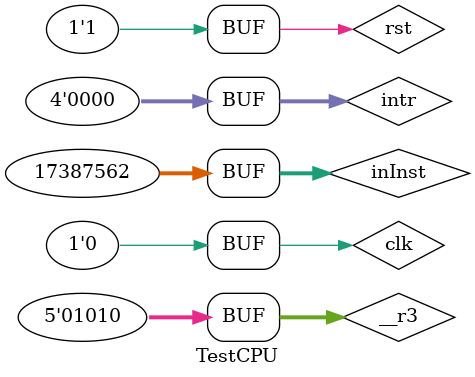
<source format=v>
`timescale 1ns / 1ps

module TestCPU;

reg clk;
reg rst;
reg [31:0] inInst;
reg [31:0] inData;
reg [4:0] __r3;
reg [3:0] intr;

wire [31:0] addrInst;
wire [31:0] addrData;
wire [31:0] outData;
wire [31:0] __d3;
wire [31:0] __ir, __pc, __epc, __nextPC, __a, __b, __imm, __aluOpEX, __aluOutEX, __aluRes;
wire [1:0] __aluSrcA, __aluSrcB;
wire __shiftEX, __aluImmEX;
wire [2:0] __pcSrc;
wire __wpcir;
wire __storeEPC;
wire __epcSrc;
wire [4:0] __wdEX, __wdMEM, __wdWB;
wire [31:0] __wdataWB;
wire [3:0] __regWrite;
wire __mem2RegMEM;

wire memReadData;
wire memWriteData;

CPUPipeline cpu(
    clk,
    rst,
    intr,
    addrInst,
    inInst,
    memReadData,
    memWriteData,
    addrData,
    inData,
    outData,
    __r3,
    __d3,
    __ir,
    __pc,
    __epc,
    __nextPC,
    __a,
    __b,
    __imm,
    __aluOpEX,
    __aluOutEX,
    __aluRes,
    __aluSrcA,
    __aluSrcB,
    __shiftEX,
    __aluImmEX,
    __pcSrc,
    __wpcir,
    __epcSrc,
    __storeEPC,
    __wdEX,
    __wdMEM,
    __wdWB,
    __wdataWB,
    __regWrite,
    __mem2RegMEM
);

initial begin
    rst = 1'b0;
    intr = 0;
    __r3 = 5'b01010;
    #0.5;
    rst = 1'b1;
    #0.5;
    // ADDI $t0, $zero, 1
    inInst = 32'h2008FFFF;
    #1;
    // ADDI $t1, $zero, 1
    inInst = 32'h2009000A;
    #1;
    inInst = 32'h0109502A;
    
    /*
    // ADD  $t2, $t0, $t1
    inInst = 32'b000000_01000_01001_01010_00000_100000;
    #1;
    // ADD  $t3, $t1, $t2
    inInst = 32'b000000_01001_01010_01011_00000_100000;
    #1;
    // ADD  $t4, $t2, $t3
    inInst = 32'b000000_01010_01011_01100_00000_100000;
    #1;
    // BEQ  $t4, $t4, 10
    inInst = 32'b000100_01100_01100_00000000_00001010;
    #1;
    // ADD  $t5, $t3, $t4
    inInst = 32'b000000_01011_01100_01101_00000_100000;
    #1;
    // ADD  $t5, $t3, $t4
    inInst = 32'b000000_01101_01101_01101_00000_100000;
    #1;
    // NOP
    inInst = 32'b0;
    #1;
    // 
    __r3 = 5'b01101;
    #1;
    */
end

always begin
    clk = 1;
    #0.5;
    clk = 0;
    #0.5;
end

endmodule

</source>
